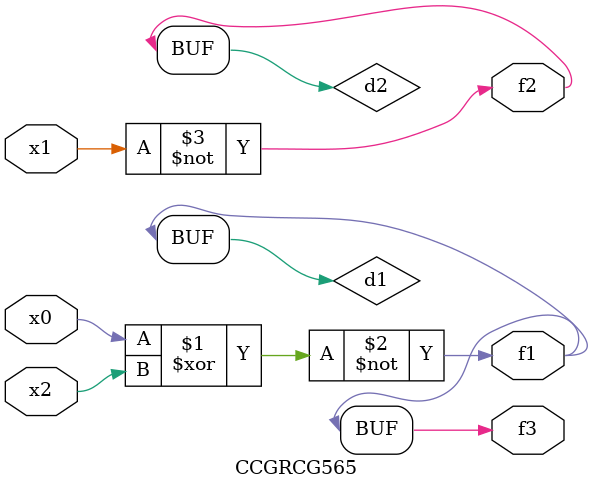
<source format=v>
module CCGRCG565(
	input x0, x1, x2,
	output f1, f2, f3
);

	wire d1, d2, d3;

	xnor (d1, x0, x2);
	nand (d2, x1);
	nor (d3, x1, x2);
	assign f1 = d1;
	assign f2 = d2;
	assign f3 = d1;
endmodule

</source>
